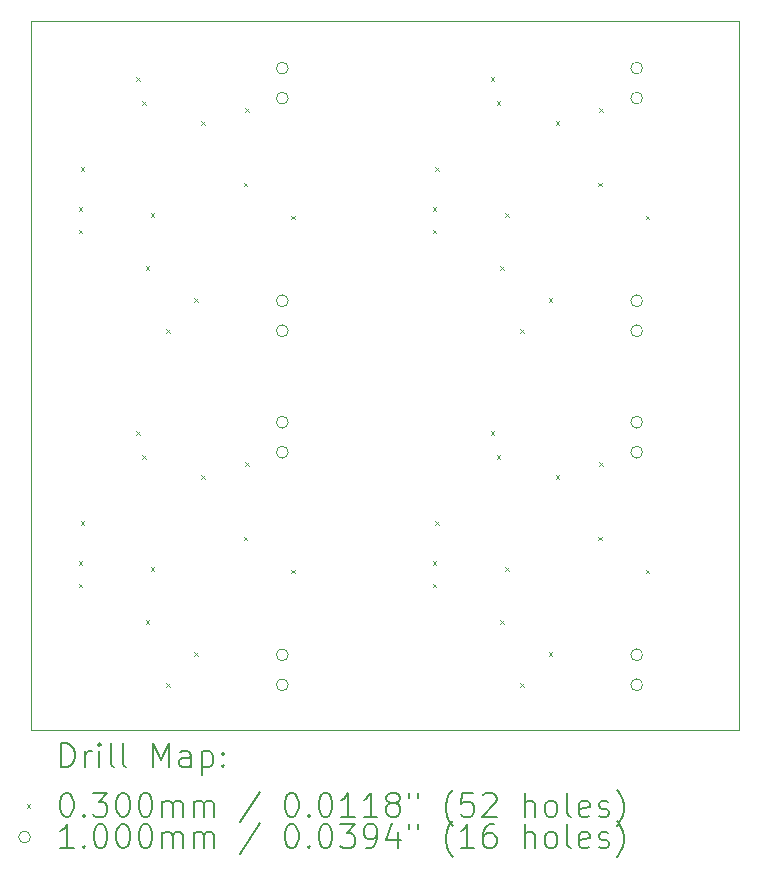
<source format=gbr>
%TF.GenerationSoftware,KiCad,Pcbnew,8.0.1*%
%TF.CreationDate,2024-03-24T21:19:31-05:00*%
%TF.ProjectId,minimidi_v1,6d696e69-6d69-4646-995f-76312e6b6963,rev?*%
%TF.SameCoordinates,Original*%
%TF.FileFunction,Drillmap*%
%TF.FilePolarity,Positive*%
%FSLAX45Y45*%
G04 Gerber Fmt 4.5, Leading zero omitted, Abs format (unit mm)*
G04 Created by KiCad (PCBNEW 8.0.1) date 2024-03-24 21:19:31*
%MOMM*%
%LPD*%
G01*
G04 APERTURE LIST*
%ADD10C,0.050000*%
%ADD11C,0.200000*%
%ADD12C,0.100000*%
G04 APERTURE END LIST*
D10*
X11900000Y-7900000D02*
X17900000Y-7900000D01*
X17900000Y-13900000D01*
X11900000Y-13900000D01*
X11900000Y-7900000D01*
D11*
D12*
X12305000Y-9475000D02*
X12335000Y-9505000D01*
X12335000Y-9475000D02*
X12305000Y-9505000D01*
X12305000Y-9662500D02*
X12335000Y-9692500D01*
X12335000Y-9662500D02*
X12305000Y-9692500D01*
X12305000Y-12472500D02*
X12335000Y-12502500D01*
X12335000Y-12472500D02*
X12305000Y-12502500D01*
X12305000Y-12660000D02*
X12335000Y-12690000D01*
X12335000Y-12660000D02*
X12305000Y-12690000D01*
X12325000Y-9135000D02*
X12355000Y-9165000D01*
X12355000Y-9135000D02*
X12325000Y-9165000D01*
X12325000Y-12132500D02*
X12355000Y-12162500D01*
X12355000Y-12132500D02*
X12325000Y-12162500D01*
X12795000Y-8375000D02*
X12825000Y-8405000D01*
X12825000Y-8375000D02*
X12795000Y-8405000D01*
X12795000Y-11372500D02*
X12825000Y-11402500D01*
X12825000Y-11372500D02*
X12795000Y-11402500D01*
X12845000Y-8575000D02*
X12875000Y-8605000D01*
X12875000Y-8575000D02*
X12845000Y-8605000D01*
X12845000Y-11572500D02*
X12875000Y-11602500D01*
X12875000Y-11572500D02*
X12845000Y-11602500D01*
X12875000Y-9975000D02*
X12905000Y-10005000D01*
X12905000Y-9975000D02*
X12875000Y-10005000D01*
X12875000Y-12972500D02*
X12905000Y-13002500D01*
X12905000Y-12972500D02*
X12875000Y-13002500D01*
X12915000Y-9525000D02*
X12945000Y-9555000D01*
X12945000Y-9525000D02*
X12915000Y-9555000D01*
X12915000Y-12522500D02*
X12945000Y-12552500D01*
X12945000Y-12522500D02*
X12915000Y-12552500D01*
X13045000Y-10505000D02*
X13075000Y-10535000D01*
X13075000Y-10505000D02*
X13045000Y-10535000D01*
X13045000Y-13502500D02*
X13075000Y-13532500D01*
X13075000Y-13502500D02*
X13045000Y-13532500D01*
X13285000Y-10245000D02*
X13315000Y-10275000D01*
X13315000Y-10245000D02*
X13285000Y-10275000D01*
X13285000Y-13242500D02*
X13315000Y-13272500D01*
X13315000Y-13242500D02*
X13285000Y-13272500D01*
X13345000Y-8745000D02*
X13375000Y-8775000D01*
X13375000Y-8745000D02*
X13345000Y-8775000D01*
X13345000Y-11742500D02*
X13375000Y-11772500D01*
X13375000Y-11742500D02*
X13345000Y-11772500D01*
X13705000Y-9265000D02*
X13735000Y-9295000D01*
X13735000Y-9265000D02*
X13705000Y-9295000D01*
X13705000Y-12262500D02*
X13735000Y-12292500D01*
X13735000Y-12262500D02*
X13705000Y-12292500D01*
X13715000Y-8635000D02*
X13745000Y-8665000D01*
X13745000Y-8635000D02*
X13715000Y-8665000D01*
X13715000Y-11632500D02*
X13745000Y-11662500D01*
X13745000Y-11632500D02*
X13715000Y-11662500D01*
X14105000Y-9545000D02*
X14135000Y-9575000D01*
X14135000Y-9545000D02*
X14105000Y-9575000D01*
X14105000Y-12542500D02*
X14135000Y-12572500D01*
X14135000Y-12542500D02*
X14105000Y-12572500D01*
X15305000Y-9475000D02*
X15335000Y-9505000D01*
X15335000Y-9475000D02*
X15305000Y-9505000D01*
X15305000Y-9662500D02*
X15335000Y-9692500D01*
X15335000Y-9662500D02*
X15305000Y-9692500D01*
X15305000Y-12472500D02*
X15335000Y-12502500D01*
X15335000Y-12472500D02*
X15305000Y-12502500D01*
X15305000Y-12660000D02*
X15335000Y-12690000D01*
X15335000Y-12660000D02*
X15305000Y-12690000D01*
X15325000Y-9135000D02*
X15355000Y-9165000D01*
X15355000Y-9135000D02*
X15325000Y-9165000D01*
X15325000Y-12132500D02*
X15355000Y-12162500D01*
X15355000Y-12132500D02*
X15325000Y-12162500D01*
X15795000Y-8375000D02*
X15825000Y-8405000D01*
X15825000Y-8375000D02*
X15795000Y-8405000D01*
X15795000Y-11372500D02*
X15825000Y-11402500D01*
X15825000Y-11372500D02*
X15795000Y-11402500D01*
X15845000Y-8575000D02*
X15875000Y-8605000D01*
X15875000Y-8575000D02*
X15845000Y-8605000D01*
X15845000Y-11572500D02*
X15875000Y-11602500D01*
X15875000Y-11572500D02*
X15845000Y-11602500D01*
X15875000Y-9975000D02*
X15905000Y-10005000D01*
X15905000Y-9975000D02*
X15875000Y-10005000D01*
X15875000Y-12972500D02*
X15905000Y-13002500D01*
X15905000Y-12972500D02*
X15875000Y-13002500D01*
X15915000Y-9525000D02*
X15945000Y-9555000D01*
X15945000Y-9525000D02*
X15915000Y-9555000D01*
X15915000Y-12522500D02*
X15945000Y-12552500D01*
X15945000Y-12522500D02*
X15915000Y-12552500D01*
X16045000Y-10505000D02*
X16075000Y-10535000D01*
X16075000Y-10505000D02*
X16045000Y-10535000D01*
X16045000Y-13502500D02*
X16075000Y-13532500D01*
X16075000Y-13502500D02*
X16045000Y-13532500D01*
X16285000Y-10245000D02*
X16315000Y-10275000D01*
X16315000Y-10245000D02*
X16285000Y-10275000D01*
X16285000Y-13242500D02*
X16315000Y-13272500D01*
X16315000Y-13242500D02*
X16285000Y-13272500D01*
X16345000Y-8745000D02*
X16375000Y-8775000D01*
X16375000Y-8745000D02*
X16345000Y-8775000D01*
X16345000Y-11742500D02*
X16375000Y-11772500D01*
X16375000Y-11742500D02*
X16345000Y-11772500D01*
X16705000Y-9265000D02*
X16735000Y-9295000D01*
X16735000Y-9265000D02*
X16705000Y-9295000D01*
X16705000Y-12262500D02*
X16735000Y-12292500D01*
X16735000Y-12262500D02*
X16705000Y-12292500D01*
X16715000Y-8635000D02*
X16745000Y-8665000D01*
X16745000Y-8635000D02*
X16715000Y-8665000D01*
X16715000Y-11632500D02*
X16745000Y-11662500D01*
X16745000Y-11632500D02*
X16715000Y-11662500D01*
X17105000Y-9545000D02*
X17135000Y-9575000D01*
X17135000Y-9545000D02*
X17105000Y-9575000D01*
X17105000Y-12542500D02*
X17135000Y-12572500D01*
X17135000Y-12542500D02*
X17105000Y-12572500D01*
X14080000Y-8296000D02*
G75*
G02*
X13980000Y-8296000I-50000J0D01*
G01*
X13980000Y-8296000D02*
G75*
G02*
X14080000Y-8296000I50000J0D01*
G01*
X14080000Y-8550000D02*
G75*
G02*
X13980000Y-8550000I-50000J0D01*
G01*
X13980000Y-8550000D02*
G75*
G02*
X14080000Y-8550000I50000J0D01*
G01*
X14080000Y-10266000D02*
G75*
G02*
X13980000Y-10266000I-50000J0D01*
G01*
X13980000Y-10266000D02*
G75*
G02*
X14080000Y-10266000I50000J0D01*
G01*
X14080000Y-10520000D02*
G75*
G02*
X13980000Y-10520000I-50000J0D01*
G01*
X13980000Y-10520000D02*
G75*
G02*
X14080000Y-10520000I50000J0D01*
G01*
X14080000Y-11293500D02*
G75*
G02*
X13980000Y-11293500I-50000J0D01*
G01*
X13980000Y-11293500D02*
G75*
G02*
X14080000Y-11293500I50000J0D01*
G01*
X14080000Y-11547500D02*
G75*
G02*
X13980000Y-11547500I-50000J0D01*
G01*
X13980000Y-11547500D02*
G75*
G02*
X14080000Y-11547500I50000J0D01*
G01*
X14080000Y-13263500D02*
G75*
G02*
X13980000Y-13263500I-50000J0D01*
G01*
X13980000Y-13263500D02*
G75*
G02*
X14080000Y-13263500I50000J0D01*
G01*
X14080000Y-13517500D02*
G75*
G02*
X13980000Y-13517500I-50000J0D01*
G01*
X13980000Y-13517500D02*
G75*
G02*
X14080000Y-13517500I50000J0D01*
G01*
X17080000Y-8296000D02*
G75*
G02*
X16980000Y-8296000I-50000J0D01*
G01*
X16980000Y-8296000D02*
G75*
G02*
X17080000Y-8296000I50000J0D01*
G01*
X17080000Y-8550000D02*
G75*
G02*
X16980000Y-8550000I-50000J0D01*
G01*
X16980000Y-8550000D02*
G75*
G02*
X17080000Y-8550000I50000J0D01*
G01*
X17080000Y-10266000D02*
G75*
G02*
X16980000Y-10266000I-50000J0D01*
G01*
X16980000Y-10266000D02*
G75*
G02*
X17080000Y-10266000I50000J0D01*
G01*
X17080000Y-10520000D02*
G75*
G02*
X16980000Y-10520000I-50000J0D01*
G01*
X16980000Y-10520000D02*
G75*
G02*
X17080000Y-10520000I50000J0D01*
G01*
X17080000Y-11293500D02*
G75*
G02*
X16980000Y-11293500I-50000J0D01*
G01*
X16980000Y-11293500D02*
G75*
G02*
X17080000Y-11293500I50000J0D01*
G01*
X17080000Y-11547500D02*
G75*
G02*
X16980000Y-11547500I-50000J0D01*
G01*
X16980000Y-11547500D02*
G75*
G02*
X17080000Y-11547500I50000J0D01*
G01*
X17080000Y-13263500D02*
G75*
G02*
X16980000Y-13263500I-50000J0D01*
G01*
X16980000Y-13263500D02*
G75*
G02*
X17080000Y-13263500I50000J0D01*
G01*
X17080000Y-13517500D02*
G75*
G02*
X16980000Y-13517500I-50000J0D01*
G01*
X16980000Y-13517500D02*
G75*
G02*
X17080000Y-13517500I50000J0D01*
G01*
D11*
X12158277Y-14213984D02*
X12158277Y-14013984D01*
X12158277Y-14013984D02*
X12205896Y-14013984D01*
X12205896Y-14013984D02*
X12234467Y-14023508D01*
X12234467Y-14023508D02*
X12253515Y-14042555D01*
X12253515Y-14042555D02*
X12263039Y-14061603D01*
X12263039Y-14061603D02*
X12272562Y-14099698D01*
X12272562Y-14099698D02*
X12272562Y-14128269D01*
X12272562Y-14128269D02*
X12263039Y-14166365D01*
X12263039Y-14166365D02*
X12253515Y-14185412D01*
X12253515Y-14185412D02*
X12234467Y-14204460D01*
X12234467Y-14204460D02*
X12205896Y-14213984D01*
X12205896Y-14213984D02*
X12158277Y-14213984D01*
X12358277Y-14213984D02*
X12358277Y-14080650D01*
X12358277Y-14118746D02*
X12367801Y-14099698D01*
X12367801Y-14099698D02*
X12377324Y-14090174D01*
X12377324Y-14090174D02*
X12396372Y-14080650D01*
X12396372Y-14080650D02*
X12415420Y-14080650D01*
X12482086Y-14213984D02*
X12482086Y-14080650D01*
X12482086Y-14013984D02*
X12472562Y-14023508D01*
X12472562Y-14023508D02*
X12482086Y-14033031D01*
X12482086Y-14033031D02*
X12491610Y-14023508D01*
X12491610Y-14023508D02*
X12482086Y-14013984D01*
X12482086Y-14013984D02*
X12482086Y-14033031D01*
X12605896Y-14213984D02*
X12586848Y-14204460D01*
X12586848Y-14204460D02*
X12577324Y-14185412D01*
X12577324Y-14185412D02*
X12577324Y-14013984D01*
X12710658Y-14213984D02*
X12691610Y-14204460D01*
X12691610Y-14204460D02*
X12682086Y-14185412D01*
X12682086Y-14185412D02*
X12682086Y-14013984D01*
X12939229Y-14213984D02*
X12939229Y-14013984D01*
X12939229Y-14013984D02*
X13005896Y-14156841D01*
X13005896Y-14156841D02*
X13072562Y-14013984D01*
X13072562Y-14013984D02*
X13072562Y-14213984D01*
X13253515Y-14213984D02*
X13253515Y-14109222D01*
X13253515Y-14109222D02*
X13243991Y-14090174D01*
X13243991Y-14090174D02*
X13224943Y-14080650D01*
X13224943Y-14080650D02*
X13186848Y-14080650D01*
X13186848Y-14080650D02*
X13167801Y-14090174D01*
X13253515Y-14204460D02*
X13234467Y-14213984D01*
X13234467Y-14213984D02*
X13186848Y-14213984D01*
X13186848Y-14213984D02*
X13167801Y-14204460D01*
X13167801Y-14204460D02*
X13158277Y-14185412D01*
X13158277Y-14185412D02*
X13158277Y-14166365D01*
X13158277Y-14166365D02*
X13167801Y-14147317D01*
X13167801Y-14147317D02*
X13186848Y-14137793D01*
X13186848Y-14137793D02*
X13234467Y-14137793D01*
X13234467Y-14137793D02*
X13253515Y-14128269D01*
X13348753Y-14080650D02*
X13348753Y-14280650D01*
X13348753Y-14090174D02*
X13367801Y-14080650D01*
X13367801Y-14080650D02*
X13405896Y-14080650D01*
X13405896Y-14080650D02*
X13424943Y-14090174D01*
X13424943Y-14090174D02*
X13434467Y-14099698D01*
X13434467Y-14099698D02*
X13443991Y-14118746D01*
X13443991Y-14118746D02*
X13443991Y-14175888D01*
X13443991Y-14175888D02*
X13434467Y-14194936D01*
X13434467Y-14194936D02*
X13424943Y-14204460D01*
X13424943Y-14204460D02*
X13405896Y-14213984D01*
X13405896Y-14213984D02*
X13367801Y-14213984D01*
X13367801Y-14213984D02*
X13348753Y-14204460D01*
X13529705Y-14194936D02*
X13539229Y-14204460D01*
X13539229Y-14204460D02*
X13529705Y-14213984D01*
X13529705Y-14213984D02*
X13520182Y-14204460D01*
X13520182Y-14204460D02*
X13529705Y-14194936D01*
X13529705Y-14194936D02*
X13529705Y-14213984D01*
X13529705Y-14090174D02*
X13539229Y-14099698D01*
X13539229Y-14099698D02*
X13529705Y-14109222D01*
X13529705Y-14109222D02*
X13520182Y-14099698D01*
X13520182Y-14099698D02*
X13529705Y-14090174D01*
X13529705Y-14090174D02*
X13529705Y-14109222D01*
D12*
X11867500Y-14527500D02*
X11897500Y-14557500D01*
X11897500Y-14527500D02*
X11867500Y-14557500D01*
D11*
X12196372Y-14433984D02*
X12215420Y-14433984D01*
X12215420Y-14433984D02*
X12234467Y-14443508D01*
X12234467Y-14443508D02*
X12243991Y-14453031D01*
X12243991Y-14453031D02*
X12253515Y-14472079D01*
X12253515Y-14472079D02*
X12263039Y-14510174D01*
X12263039Y-14510174D02*
X12263039Y-14557793D01*
X12263039Y-14557793D02*
X12253515Y-14595888D01*
X12253515Y-14595888D02*
X12243991Y-14614936D01*
X12243991Y-14614936D02*
X12234467Y-14624460D01*
X12234467Y-14624460D02*
X12215420Y-14633984D01*
X12215420Y-14633984D02*
X12196372Y-14633984D01*
X12196372Y-14633984D02*
X12177324Y-14624460D01*
X12177324Y-14624460D02*
X12167801Y-14614936D01*
X12167801Y-14614936D02*
X12158277Y-14595888D01*
X12158277Y-14595888D02*
X12148753Y-14557793D01*
X12148753Y-14557793D02*
X12148753Y-14510174D01*
X12148753Y-14510174D02*
X12158277Y-14472079D01*
X12158277Y-14472079D02*
X12167801Y-14453031D01*
X12167801Y-14453031D02*
X12177324Y-14443508D01*
X12177324Y-14443508D02*
X12196372Y-14433984D01*
X12348753Y-14614936D02*
X12358277Y-14624460D01*
X12358277Y-14624460D02*
X12348753Y-14633984D01*
X12348753Y-14633984D02*
X12339229Y-14624460D01*
X12339229Y-14624460D02*
X12348753Y-14614936D01*
X12348753Y-14614936D02*
X12348753Y-14633984D01*
X12424943Y-14433984D02*
X12548753Y-14433984D01*
X12548753Y-14433984D02*
X12482086Y-14510174D01*
X12482086Y-14510174D02*
X12510658Y-14510174D01*
X12510658Y-14510174D02*
X12529705Y-14519698D01*
X12529705Y-14519698D02*
X12539229Y-14529222D01*
X12539229Y-14529222D02*
X12548753Y-14548269D01*
X12548753Y-14548269D02*
X12548753Y-14595888D01*
X12548753Y-14595888D02*
X12539229Y-14614936D01*
X12539229Y-14614936D02*
X12529705Y-14624460D01*
X12529705Y-14624460D02*
X12510658Y-14633984D01*
X12510658Y-14633984D02*
X12453515Y-14633984D01*
X12453515Y-14633984D02*
X12434467Y-14624460D01*
X12434467Y-14624460D02*
X12424943Y-14614936D01*
X12672562Y-14433984D02*
X12691610Y-14433984D01*
X12691610Y-14433984D02*
X12710658Y-14443508D01*
X12710658Y-14443508D02*
X12720182Y-14453031D01*
X12720182Y-14453031D02*
X12729705Y-14472079D01*
X12729705Y-14472079D02*
X12739229Y-14510174D01*
X12739229Y-14510174D02*
X12739229Y-14557793D01*
X12739229Y-14557793D02*
X12729705Y-14595888D01*
X12729705Y-14595888D02*
X12720182Y-14614936D01*
X12720182Y-14614936D02*
X12710658Y-14624460D01*
X12710658Y-14624460D02*
X12691610Y-14633984D01*
X12691610Y-14633984D02*
X12672562Y-14633984D01*
X12672562Y-14633984D02*
X12653515Y-14624460D01*
X12653515Y-14624460D02*
X12643991Y-14614936D01*
X12643991Y-14614936D02*
X12634467Y-14595888D01*
X12634467Y-14595888D02*
X12624943Y-14557793D01*
X12624943Y-14557793D02*
X12624943Y-14510174D01*
X12624943Y-14510174D02*
X12634467Y-14472079D01*
X12634467Y-14472079D02*
X12643991Y-14453031D01*
X12643991Y-14453031D02*
X12653515Y-14443508D01*
X12653515Y-14443508D02*
X12672562Y-14433984D01*
X12863039Y-14433984D02*
X12882086Y-14433984D01*
X12882086Y-14433984D02*
X12901134Y-14443508D01*
X12901134Y-14443508D02*
X12910658Y-14453031D01*
X12910658Y-14453031D02*
X12920182Y-14472079D01*
X12920182Y-14472079D02*
X12929705Y-14510174D01*
X12929705Y-14510174D02*
X12929705Y-14557793D01*
X12929705Y-14557793D02*
X12920182Y-14595888D01*
X12920182Y-14595888D02*
X12910658Y-14614936D01*
X12910658Y-14614936D02*
X12901134Y-14624460D01*
X12901134Y-14624460D02*
X12882086Y-14633984D01*
X12882086Y-14633984D02*
X12863039Y-14633984D01*
X12863039Y-14633984D02*
X12843991Y-14624460D01*
X12843991Y-14624460D02*
X12834467Y-14614936D01*
X12834467Y-14614936D02*
X12824943Y-14595888D01*
X12824943Y-14595888D02*
X12815420Y-14557793D01*
X12815420Y-14557793D02*
X12815420Y-14510174D01*
X12815420Y-14510174D02*
X12824943Y-14472079D01*
X12824943Y-14472079D02*
X12834467Y-14453031D01*
X12834467Y-14453031D02*
X12843991Y-14443508D01*
X12843991Y-14443508D02*
X12863039Y-14433984D01*
X13015420Y-14633984D02*
X13015420Y-14500650D01*
X13015420Y-14519698D02*
X13024943Y-14510174D01*
X13024943Y-14510174D02*
X13043991Y-14500650D01*
X13043991Y-14500650D02*
X13072563Y-14500650D01*
X13072563Y-14500650D02*
X13091610Y-14510174D01*
X13091610Y-14510174D02*
X13101134Y-14529222D01*
X13101134Y-14529222D02*
X13101134Y-14633984D01*
X13101134Y-14529222D02*
X13110658Y-14510174D01*
X13110658Y-14510174D02*
X13129705Y-14500650D01*
X13129705Y-14500650D02*
X13158277Y-14500650D01*
X13158277Y-14500650D02*
X13177324Y-14510174D01*
X13177324Y-14510174D02*
X13186848Y-14529222D01*
X13186848Y-14529222D02*
X13186848Y-14633984D01*
X13282086Y-14633984D02*
X13282086Y-14500650D01*
X13282086Y-14519698D02*
X13291610Y-14510174D01*
X13291610Y-14510174D02*
X13310658Y-14500650D01*
X13310658Y-14500650D02*
X13339229Y-14500650D01*
X13339229Y-14500650D02*
X13358277Y-14510174D01*
X13358277Y-14510174D02*
X13367801Y-14529222D01*
X13367801Y-14529222D02*
X13367801Y-14633984D01*
X13367801Y-14529222D02*
X13377324Y-14510174D01*
X13377324Y-14510174D02*
X13396372Y-14500650D01*
X13396372Y-14500650D02*
X13424943Y-14500650D01*
X13424943Y-14500650D02*
X13443991Y-14510174D01*
X13443991Y-14510174D02*
X13453515Y-14529222D01*
X13453515Y-14529222D02*
X13453515Y-14633984D01*
X13843991Y-14424460D02*
X13672563Y-14681603D01*
X14101134Y-14433984D02*
X14120182Y-14433984D01*
X14120182Y-14433984D02*
X14139229Y-14443508D01*
X14139229Y-14443508D02*
X14148753Y-14453031D01*
X14148753Y-14453031D02*
X14158277Y-14472079D01*
X14158277Y-14472079D02*
X14167801Y-14510174D01*
X14167801Y-14510174D02*
X14167801Y-14557793D01*
X14167801Y-14557793D02*
X14158277Y-14595888D01*
X14158277Y-14595888D02*
X14148753Y-14614936D01*
X14148753Y-14614936D02*
X14139229Y-14624460D01*
X14139229Y-14624460D02*
X14120182Y-14633984D01*
X14120182Y-14633984D02*
X14101134Y-14633984D01*
X14101134Y-14633984D02*
X14082086Y-14624460D01*
X14082086Y-14624460D02*
X14072563Y-14614936D01*
X14072563Y-14614936D02*
X14063039Y-14595888D01*
X14063039Y-14595888D02*
X14053515Y-14557793D01*
X14053515Y-14557793D02*
X14053515Y-14510174D01*
X14053515Y-14510174D02*
X14063039Y-14472079D01*
X14063039Y-14472079D02*
X14072563Y-14453031D01*
X14072563Y-14453031D02*
X14082086Y-14443508D01*
X14082086Y-14443508D02*
X14101134Y-14433984D01*
X14253515Y-14614936D02*
X14263039Y-14624460D01*
X14263039Y-14624460D02*
X14253515Y-14633984D01*
X14253515Y-14633984D02*
X14243991Y-14624460D01*
X14243991Y-14624460D02*
X14253515Y-14614936D01*
X14253515Y-14614936D02*
X14253515Y-14633984D01*
X14386848Y-14433984D02*
X14405896Y-14433984D01*
X14405896Y-14433984D02*
X14424944Y-14443508D01*
X14424944Y-14443508D02*
X14434467Y-14453031D01*
X14434467Y-14453031D02*
X14443991Y-14472079D01*
X14443991Y-14472079D02*
X14453515Y-14510174D01*
X14453515Y-14510174D02*
X14453515Y-14557793D01*
X14453515Y-14557793D02*
X14443991Y-14595888D01*
X14443991Y-14595888D02*
X14434467Y-14614936D01*
X14434467Y-14614936D02*
X14424944Y-14624460D01*
X14424944Y-14624460D02*
X14405896Y-14633984D01*
X14405896Y-14633984D02*
X14386848Y-14633984D01*
X14386848Y-14633984D02*
X14367801Y-14624460D01*
X14367801Y-14624460D02*
X14358277Y-14614936D01*
X14358277Y-14614936D02*
X14348753Y-14595888D01*
X14348753Y-14595888D02*
X14339229Y-14557793D01*
X14339229Y-14557793D02*
X14339229Y-14510174D01*
X14339229Y-14510174D02*
X14348753Y-14472079D01*
X14348753Y-14472079D02*
X14358277Y-14453031D01*
X14358277Y-14453031D02*
X14367801Y-14443508D01*
X14367801Y-14443508D02*
X14386848Y-14433984D01*
X14643991Y-14633984D02*
X14529706Y-14633984D01*
X14586848Y-14633984D02*
X14586848Y-14433984D01*
X14586848Y-14433984D02*
X14567801Y-14462555D01*
X14567801Y-14462555D02*
X14548753Y-14481603D01*
X14548753Y-14481603D02*
X14529706Y-14491127D01*
X14834467Y-14633984D02*
X14720182Y-14633984D01*
X14777325Y-14633984D02*
X14777325Y-14433984D01*
X14777325Y-14433984D02*
X14758277Y-14462555D01*
X14758277Y-14462555D02*
X14739229Y-14481603D01*
X14739229Y-14481603D02*
X14720182Y-14491127D01*
X14948753Y-14519698D02*
X14929706Y-14510174D01*
X14929706Y-14510174D02*
X14920182Y-14500650D01*
X14920182Y-14500650D02*
X14910658Y-14481603D01*
X14910658Y-14481603D02*
X14910658Y-14472079D01*
X14910658Y-14472079D02*
X14920182Y-14453031D01*
X14920182Y-14453031D02*
X14929706Y-14443508D01*
X14929706Y-14443508D02*
X14948753Y-14433984D01*
X14948753Y-14433984D02*
X14986848Y-14433984D01*
X14986848Y-14433984D02*
X15005896Y-14443508D01*
X15005896Y-14443508D02*
X15015420Y-14453031D01*
X15015420Y-14453031D02*
X15024944Y-14472079D01*
X15024944Y-14472079D02*
X15024944Y-14481603D01*
X15024944Y-14481603D02*
X15015420Y-14500650D01*
X15015420Y-14500650D02*
X15005896Y-14510174D01*
X15005896Y-14510174D02*
X14986848Y-14519698D01*
X14986848Y-14519698D02*
X14948753Y-14519698D01*
X14948753Y-14519698D02*
X14929706Y-14529222D01*
X14929706Y-14529222D02*
X14920182Y-14538746D01*
X14920182Y-14538746D02*
X14910658Y-14557793D01*
X14910658Y-14557793D02*
X14910658Y-14595888D01*
X14910658Y-14595888D02*
X14920182Y-14614936D01*
X14920182Y-14614936D02*
X14929706Y-14624460D01*
X14929706Y-14624460D02*
X14948753Y-14633984D01*
X14948753Y-14633984D02*
X14986848Y-14633984D01*
X14986848Y-14633984D02*
X15005896Y-14624460D01*
X15005896Y-14624460D02*
X15015420Y-14614936D01*
X15015420Y-14614936D02*
X15024944Y-14595888D01*
X15024944Y-14595888D02*
X15024944Y-14557793D01*
X15024944Y-14557793D02*
X15015420Y-14538746D01*
X15015420Y-14538746D02*
X15005896Y-14529222D01*
X15005896Y-14529222D02*
X14986848Y-14519698D01*
X15101134Y-14433984D02*
X15101134Y-14472079D01*
X15177325Y-14433984D02*
X15177325Y-14472079D01*
X15472563Y-14710174D02*
X15463039Y-14700650D01*
X15463039Y-14700650D02*
X15443991Y-14672079D01*
X15443991Y-14672079D02*
X15434468Y-14653031D01*
X15434468Y-14653031D02*
X15424944Y-14624460D01*
X15424944Y-14624460D02*
X15415420Y-14576841D01*
X15415420Y-14576841D02*
X15415420Y-14538746D01*
X15415420Y-14538746D02*
X15424944Y-14491127D01*
X15424944Y-14491127D02*
X15434468Y-14462555D01*
X15434468Y-14462555D02*
X15443991Y-14443508D01*
X15443991Y-14443508D02*
X15463039Y-14414936D01*
X15463039Y-14414936D02*
X15472563Y-14405412D01*
X15643991Y-14433984D02*
X15548753Y-14433984D01*
X15548753Y-14433984D02*
X15539229Y-14529222D01*
X15539229Y-14529222D02*
X15548753Y-14519698D01*
X15548753Y-14519698D02*
X15567801Y-14510174D01*
X15567801Y-14510174D02*
X15615420Y-14510174D01*
X15615420Y-14510174D02*
X15634468Y-14519698D01*
X15634468Y-14519698D02*
X15643991Y-14529222D01*
X15643991Y-14529222D02*
X15653515Y-14548269D01*
X15653515Y-14548269D02*
X15653515Y-14595888D01*
X15653515Y-14595888D02*
X15643991Y-14614936D01*
X15643991Y-14614936D02*
X15634468Y-14624460D01*
X15634468Y-14624460D02*
X15615420Y-14633984D01*
X15615420Y-14633984D02*
X15567801Y-14633984D01*
X15567801Y-14633984D02*
X15548753Y-14624460D01*
X15548753Y-14624460D02*
X15539229Y-14614936D01*
X15729706Y-14453031D02*
X15739229Y-14443508D01*
X15739229Y-14443508D02*
X15758277Y-14433984D01*
X15758277Y-14433984D02*
X15805896Y-14433984D01*
X15805896Y-14433984D02*
X15824944Y-14443508D01*
X15824944Y-14443508D02*
X15834468Y-14453031D01*
X15834468Y-14453031D02*
X15843991Y-14472079D01*
X15843991Y-14472079D02*
X15843991Y-14491127D01*
X15843991Y-14491127D02*
X15834468Y-14519698D01*
X15834468Y-14519698D02*
X15720182Y-14633984D01*
X15720182Y-14633984D02*
X15843991Y-14633984D01*
X16082087Y-14633984D02*
X16082087Y-14433984D01*
X16167801Y-14633984D02*
X16167801Y-14529222D01*
X16167801Y-14529222D02*
X16158277Y-14510174D01*
X16158277Y-14510174D02*
X16139230Y-14500650D01*
X16139230Y-14500650D02*
X16110658Y-14500650D01*
X16110658Y-14500650D02*
X16091610Y-14510174D01*
X16091610Y-14510174D02*
X16082087Y-14519698D01*
X16291610Y-14633984D02*
X16272563Y-14624460D01*
X16272563Y-14624460D02*
X16263039Y-14614936D01*
X16263039Y-14614936D02*
X16253515Y-14595888D01*
X16253515Y-14595888D02*
X16253515Y-14538746D01*
X16253515Y-14538746D02*
X16263039Y-14519698D01*
X16263039Y-14519698D02*
X16272563Y-14510174D01*
X16272563Y-14510174D02*
X16291610Y-14500650D01*
X16291610Y-14500650D02*
X16320182Y-14500650D01*
X16320182Y-14500650D02*
X16339230Y-14510174D01*
X16339230Y-14510174D02*
X16348753Y-14519698D01*
X16348753Y-14519698D02*
X16358277Y-14538746D01*
X16358277Y-14538746D02*
X16358277Y-14595888D01*
X16358277Y-14595888D02*
X16348753Y-14614936D01*
X16348753Y-14614936D02*
X16339230Y-14624460D01*
X16339230Y-14624460D02*
X16320182Y-14633984D01*
X16320182Y-14633984D02*
X16291610Y-14633984D01*
X16472563Y-14633984D02*
X16453515Y-14624460D01*
X16453515Y-14624460D02*
X16443991Y-14605412D01*
X16443991Y-14605412D02*
X16443991Y-14433984D01*
X16624944Y-14624460D02*
X16605896Y-14633984D01*
X16605896Y-14633984D02*
X16567801Y-14633984D01*
X16567801Y-14633984D02*
X16548753Y-14624460D01*
X16548753Y-14624460D02*
X16539230Y-14605412D01*
X16539230Y-14605412D02*
X16539230Y-14529222D01*
X16539230Y-14529222D02*
X16548753Y-14510174D01*
X16548753Y-14510174D02*
X16567801Y-14500650D01*
X16567801Y-14500650D02*
X16605896Y-14500650D01*
X16605896Y-14500650D02*
X16624944Y-14510174D01*
X16624944Y-14510174D02*
X16634468Y-14529222D01*
X16634468Y-14529222D02*
X16634468Y-14548269D01*
X16634468Y-14548269D02*
X16539230Y-14567317D01*
X16710658Y-14624460D02*
X16729706Y-14633984D01*
X16729706Y-14633984D02*
X16767801Y-14633984D01*
X16767801Y-14633984D02*
X16786849Y-14624460D01*
X16786849Y-14624460D02*
X16796373Y-14605412D01*
X16796373Y-14605412D02*
X16796373Y-14595888D01*
X16796373Y-14595888D02*
X16786849Y-14576841D01*
X16786849Y-14576841D02*
X16767801Y-14567317D01*
X16767801Y-14567317D02*
X16739230Y-14567317D01*
X16739230Y-14567317D02*
X16720182Y-14557793D01*
X16720182Y-14557793D02*
X16710658Y-14538746D01*
X16710658Y-14538746D02*
X16710658Y-14529222D01*
X16710658Y-14529222D02*
X16720182Y-14510174D01*
X16720182Y-14510174D02*
X16739230Y-14500650D01*
X16739230Y-14500650D02*
X16767801Y-14500650D01*
X16767801Y-14500650D02*
X16786849Y-14510174D01*
X16863039Y-14710174D02*
X16872563Y-14700650D01*
X16872563Y-14700650D02*
X16891611Y-14672079D01*
X16891611Y-14672079D02*
X16901134Y-14653031D01*
X16901134Y-14653031D02*
X16910658Y-14624460D01*
X16910658Y-14624460D02*
X16920182Y-14576841D01*
X16920182Y-14576841D02*
X16920182Y-14538746D01*
X16920182Y-14538746D02*
X16910658Y-14491127D01*
X16910658Y-14491127D02*
X16901134Y-14462555D01*
X16901134Y-14462555D02*
X16891611Y-14443508D01*
X16891611Y-14443508D02*
X16872563Y-14414936D01*
X16872563Y-14414936D02*
X16863039Y-14405412D01*
D12*
X11897500Y-14806500D02*
G75*
G02*
X11797500Y-14806500I-50000J0D01*
G01*
X11797500Y-14806500D02*
G75*
G02*
X11897500Y-14806500I50000J0D01*
G01*
D11*
X12263039Y-14897984D02*
X12148753Y-14897984D01*
X12205896Y-14897984D02*
X12205896Y-14697984D01*
X12205896Y-14697984D02*
X12186848Y-14726555D01*
X12186848Y-14726555D02*
X12167801Y-14745603D01*
X12167801Y-14745603D02*
X12148753Y-14755127D01*
X12348753Y-14878936D02*
X12358277Y-14888460D01*
X12358277Y-14888460D02*
X12348753Y-14897984D01*
X12348753Y-14897984D02*
X12339229Y-14888460D01*
X12339229Y-14888460D02*
X12348753Y-14878936D01*
X12348753Y-14878936D02*
X12348753Y-14897984D01*
X12482086Y-14697984D02*
X12501134Y-14697984D01*
X12501134Y-14697984D02*
X12520182Y-14707508D01*
X12520182Y-14707508D02*
X12529705Y-14717031D01*
X12529705Y-14717031D02*
X12539229Y-14736079D01*
X12539229Y-14736079D02*
X12548753Y-14774174D01*
X12548753Y-14774174D02*
X12548753Y-14821793D01*
X12548753Y-14821793D02*
X12539229Y-14859888D01*
X12539229Y-14859888D02*
X12529705Y-14878936D01*
X12529705Y-14878936D02*
X12520182Y-14888460D01*
X12520182Y-14888460D02*
X12501134Y-14897984D01*
X12501134Y-14897984D02*
X12482086Y-14897984D01*
X12482086Y-14897984D02*
X12463039Y-14888460D01*
X12463039Y-14888460D02*
X12453515Y-14878936D01*
X12453515Y-14878936D02*
X12443991Y-14859888D01*
X12443991Y-14859888D02*
X12434467Y-14821793D01*
X12434467Y-14821793D02*
X12434467Y-14774174D01*
X12434467Y-14774174D02*
X12443991Y-14736079D01*
X12443991Y-14736079D02*
X12453515Y-14717031D01*
X12453515Y-14717031D02*
X12463039Y-14707508D01*
X12463039Y-14707508D02*
X12482086Y-14697984D01*
X12672562Y-14697984D02*
X12691610Y-14697984D01*
X12691610Y-14697984D02*
X12710658Y-14707508D01*
X12710658Y-14707508D02*
X12720182Y-14717031D01*
X12720182Y-14717031D02*
X12729705Y-14736079D01*
X12729705Y-14736079D02*
X12739229Y-14774174D01*
X12739229Y-14774174D02*
X12739229Y-14821793D01*
X12739229Y-14821793D02*
X12729705Y-14859888D01*
X12729705Y-14859888D02*
X12720182Y-14878936D01*
X12720182Y-14878936D02*
X12710658Y-14888460D01*
X12710658Y-14888460D02*
X12691610Y-14897984D01*
X12691610Y-14897984D02*
X12672562Y-14897984D01*
X12672562Y-14897984D02*
X12653515Y-14888460D01*
X12653515Y-14888460D02*
X12643991Y-14878936D01*
X12643991Y-14878936D02*
X12634467Y-14859888D01*
X12634467Y-14859888D02*
X12624943Y-14821793D01*
X12624943Y-14821793D02*
X12624943Y-14774174D01*
X12624943Y-14774174D02*
X12634467Y-14736079D01*
X12634467Y-14736079D02*
X12643991Y-14717031D01*
X12643991Y-14717031D02*
X12653515Y-14707508D01*
X12653515Y-14707508D02*
X12672562Y-14697984D01*
X12863039Y-14697984D02*
X12882086Y-14697984D01*
X12882086Y-14697984D02*
X12901134Y-14707508D01*
X12901134Y-14707508D02*
X12910658Y-14717031D01*
X12910658Y-14717031D02*
X12920182Y-14736079D01*
X12920182Y-14736079D02*
X12929705Y-14774174D01*
X12929705Y-14774174D02*
X12929705Y-14821793D01*
X12929705Y-14821793D02*
X12920182Y-14859888D01*
X12920182Y-14859888D02*
X12910658Y-14878936D01*
X12910658Y-14878936D02*
X12901134Y-14888460D01*
X12901134Y-14888460D02*
X12882086Y-14897984D01*
X12882086Y-14897984D02*
X12863039Y-14897984D01*
X12863039Y-14897984D02*
X12843991Y-14888460D01*
X12843991Y-14888460D02*
X12834467Y-14878936D01*
X12834467Y-14878936D02*
X12824943Y-14859888D01*
X12824943Y-14859888D02*
X12815420Y-14821793D01*
X12815420Y-14821793D02*
X12815420Y-14774174D01*
X12815420Y-14774174D02*
X12824943Y-14736079D01*
X12824943Y-14736079D02*
X12834467Y-14717031D01*
X12834467Y-14717031D02*
X12843991Y-14707508D01*
X12843991Y-14707508D02*
X12863039Y-14697984D01*
X13015420Y-14897984D02*
X13015420Y-14764650D01*
X13015420Y-14783698D02*
X13024943Y-14774174D01*
X13024943Y-14774174D02*
X13043991Y-14764650D01*
X13043991Y-14764650D02*
X13072563Y-14764650D01*
X13072563Y-14764650D02*
X13091610Y-14774174D01*
X13091610Y-14774174D02*
X13101134Y-14793222D01*
X13101134Y-14793222D02*
X13101134Y-14897984D01*
X13101134Y-14793222D02*
X13110658Y-14774174D01*
X13110658Y-14774174D02*
X13129705Y-14764650D01*
X13129705Y-14764650D02*
X13158277Y-14764650D01*
X13158277Y-14764650D02*
X13177324Y-14774174D01*
X13177324Y-14774174D02*
X13186848Y-14793222D01*
X13186848Y-14793222D02*
X13186848Y-14897984D01*
X13282086Y-14897984D02*
X13282086Y-14764650D01*
X13282086Y-14783698D02*
X13291610Y-14774174D01*
X13291610Y-14774174D02*
X13310658Y-14764650D01*
X13310658Y-14764650D02*
X13339229Y-14764650D01*
X13339229Y-14764650D02*
X13358277Y-14774174D01*
X13358277Y-14774174D02*
X13367801Y-14793222D01*
X13367801Y-14793222D02*
X13367801Y-14897984D01*
X13367801Y-14793222D02*
X13377324Y-14774174D01*
X13377324Y-14774174D02*
X13396372Y-14764650D01*
X13396372Y-14764650D02*
X13424943Y-14764650D01*
X13424943Y-14764650D02*
X13443991Y-14774174D01*
X13443991Y-14774174D02*
X13453515Y-14793222D01*
X13453515Y-14793222D02*
X13453515Y-14897984D01*
X13843991Y-14688460D02*
X13672563Y-14945603D01*
X14101134Y-14697984D02*
X14120182Y-14697984D01*
X14120182Y-14697984D02*
X14139229Y-14707508D01*
X14139229Y-14707508D02*
X14148753Y-14717031D01*
X14148753Y-14717031D02*
X14158277Y-14736079D01*
X14158277Y-14736079D02*
X14167801Y-14774174D01*
X14167801Y-14774174D02*
X14167801Y-14821793D01*
X14167801Y-14821793D02*
X14158277Y-14859888D01*
X14158277Y-14859888D02*
X14148753Y-14878936D01*
X14148753Y-14878936D02*
X14139229Y-14888460D01*
X14139229Y-14888460D02*
X14120182Y-14897984D01*
X14120182Y-14897984D02*
X14101134Y-14897984D01*
X14101134Y-14897984D02*
X14082086Y-14888460D01*
X14082086Y-14888460D02*
X14072563Y-14878936D01*
X14072563Y-14878936D02*
X14063039Y-14859888D01*
X14063039Y-14859888D02*
X14053515Y-14821793D01*
X14053515Y-14821793D02*
X14053515Y-14774174D01*
X14053515Y-14774174D02*
X14063039Y-14736079D01*
X14063039Y-14736079D02*
X14072563Y-14717031D01*
X14072563Y-14717031D02*
X14082086Y-14707508D01*
X14082086Y-14707508D02*
X14101134Y-14697984D01*
X14253515Y-14878936D02*
X14263039Y-14888460D01*
X14263039Y-14888460D02*
X14253515Y-14897984D01*
X14253515Y-14897984D02*
X14243991Y-14888460D01*
X14243991Y-14888460D02*
X14253515Y-14878936D01*
X14253515Y-14878936D02*
X14253515Y-14897984D01*
X14386848Y-14697984D02*
X14405896Y-14697984D01*
X14405896Y-14697984D02*
X14424944Y-14707508D01*
X14424944Y-14707508D02*
X14434467Y-14717031D01*
X14434467Y-14717031D02*
X14443991Y-14736079D01*
X14443991Y-14736079D02*
X14453515Y-14774174D01*
X14453515Y-14774174D02*
X14453515Y-14821793D01*
X14453515Y-14821793D02*
X14443991Y-14859888D01*
X14443991Y-14859888D02*
X14434467Y-14878936D01*
X14434467Y-14878936D02*
X14424944Y-14888460D01*
X14424944Y-14888460D02*
X14405896Y-14897984D01*
X14405896Y-14897984D02*
X14386848Y-14897984D01*
X14386848Y-14897984D02*
X14367801Y-14888460D01*
X14367801Y-14888460D02*
X14358277Y-14878936D01*
X14358277Y-14878936D02*
X14348753Y-14859888D01*
X14348753Y-14859888D02*
X14339229Y-14821793D01*
X14339229Y-14821793D02*
X14339229Y-14774174D01*
X14339229Y-14774174D02*
X14348753Y-14736079D01*
X14348753Y-14736079D02*
X14358277Y-14717031D01*
X14358277Y-14717031D02*
X14367801Y-14707508D01*
X14367801Y-14707508D02*
X14386848Y-14697984D01*
X14520182Y-14697984D02*
X14643991Y-14697984D01*
X14643991Y-14697984D02*
X14577325Y-14774174D01*
X14577325Y-14774174D02*
X14605896Y-14774174D01*
X14605896Y-14774174D02*
X14624944Y-14783698D01*
X14624944Y-14783698D02*
X14634467Y-14793222D01*
X14634467Y-14793222D02*
X14643991Y-14812269D01*
X14643991Y-14812269D02*
X14643991Y-14859888D01*
X14643991Y-14859888D02*
X14634467Y-14878936D01*
X14634467Y-14878936D02*
X14624944Y-14888460D01*
X14624944Y-14888460D02*
X14605896Y-14897984D01*
X14605896Y-14897984D02*
X14548753Y-14897984D01*
X14548753Y-14897984D02*
X14529706Y-14888460D01*
X14529706Y-14888460D02*
X14520182Y-14878936D01*
X14739229Y-14897984D02*
X14777325Y-14897984D01*
X14777325Y-14897984D02*
X14796372Y-14888460D01*
X14796372Y-14888460D02*
X14805896Y-14878936D01*
X14805896Y-14878936D02*
X14824944Y-14850365D01*
X14824944Y-14850365D02*
X14834467Y-14812269D01*
X14834467Y-14812269D02*
X14834467Y-14736079D01*
X14834467Y-14736079D02*
X14824944Y-14717031D01*
X14824944Y-14717031D02*
X14815420Y-14707508D01*
X14815420Y-14707508D02*
X14796372Y-14697984D01*
X14796372Y-14697984D02*
X14758277Y-14697984D01*
X14758277Y-14697984D02*
X14739229Y-14707508D01*
X14739229Y-14707508D02*
X14729706Y-14717031D01*
X14729706Y-14717031D02*
X14720182Y-14736079D01*
X14720182Y-14736079D02*
X14720182Y-14783698D01*
X14720182Y-14783698D02*
X14729706Y-14802746D01*
X14729706Y-14802746D02*
X14739229Y-14812269D01*
X14739229Y-14812269D02*
X14758277Y-14821793D01*
X14758277Y-14821793D02*
X14796372Y-14821793D01*
X14796372Y-14821793D02*
X14815420Y-14812269D01*
X14815420Y-14812269D02*
X14824944Y-14802746D01*
X14824944Y-14802746D02*
X14834467Y-14783698D01*
X15005896Y-14764650D02*
X15005896Y-14897984D01*
X14958277Y-14688460D02*
X14910658Y-14831317D01*
X14910658Y-14831317D02*
X15034467Y-14831317D01*
X15101134Y-14697984D02*
X15101134Y-14736079D01*
X15177325Y-14697984D02*
X15177325Y-14736079D01*
X15472563Y-14974174D02*
X15463039Y-14964650D01*
X15463039Y-14964650D02*
X15443991Y-14936079D01*
X15443991Y-14936079D02*
X15434468Y-14917031D01*
X15434468Y-14917031D02*
X15424944Y-14888460D01*
X15424944Y-14888460D02*
X15415420Y-14840841D01*
X15415420Y-14840841D02*
X15415420Y-14802746D01*
X15415420Y-14802746D02*
X15424944Y-14755127D01*
X15424944Y-14755127D02*
X15434468Y-14726555D01*
X15434468Y-14726555D02*
X15443991Y-14707508D01*
X15443991Y-14707508D02*
X15463039Y-14678936D01*
X15463039Y-14678936D02*
X15472563Y-14669412D01*
X15653515Y-14897984D02*
X15539229Y-14897984D01*
X15596372Y-14897984D02*
X15596372Y-14697984D01*
X15596372Y-14697984D02*
X15577325Y-14726555D01*
X15577325Y-14726555D02*
X15558277Y-14745603D01*
X15558277Y-14745603D02*
X15539229Y-14755127D01*
X15824944Y-14697984D02*
X15786848Y-14697984D01*
X15786848Y-14697984D02*
X15767801Y-14707508D01*
X15767801Y-14707508D02*
X15758277Y-14717031D01*
X15758277Y-14717031D02*
X15739229Y-14745603D01*
X15739229Y-14745603D02*
X15729706Y-14783698D01*
X15729706Y-14783698D02*
X15729706Y-14859888D01*
X15729706Y-14859888D02*
X15739229Y-14878936D01*
X15739229Y-14878936D02*
X15748753Y-14888460D01*
X15748753Y-14888460D02*
X15767801Y-14897984D01*
X15767801Y-14897984D02*
X15805896Y-14897984D01*
X15805896Y-14897984D02*
X15824944Y-14888460D01*
X15824944Y-14888460D02*
X15834468Y-14878936D01*
X15834468Y-14878936D02*
X15843991Y-14859888D01*
X15843991Y-14859888D02*
X15843991Y-14812269D01*
X15843991Y-14812269D02*
X15834468Y-14793222D01*
X15834468Y-14793222D02*
X15824944Y-14783698D01*
X15824944Y-14783698D02*
X15805896Y-14774174D01*
X15805896Y-14774174D02*
X15767801Y-14774174D01*
X15767801Y-14774174D02*
X15748753Y-14783698D01*
X15748753Y-14783698D02*
X15739229Y-14793222D01*
X15739229Y-14793222D02*
X15729706Y-14812269D01*
X16082087Y-14897984D02*
X16082087Y-14697984D01*
X16167801Y-14897984D02*
X16167801Y-14793222D01*
X16167801Y-14793222D02*
X16158277Y-14774174D01*
X16158277Y-14774174D02*
X16139230Y-14764650D01*
X16139230Y-14764650D02*
X16110658Y-14764650D01*
X16110658Y-14764650D02*
X16091610Y-14774174D01*
X16091610Y-14774174D02*
X16082087Y-14783698D01*
X16291610Y-14897984D02*
X16272563Y-14888460D01*
X16272563Y-14888460D02*
X16263039Y-14878936D01*
X16263039Y-14878936D02*
X16253515Y-14859888D01*
X16253515Y-14859888D02*
X16253515Y-14802746D01*
X16253515Y-14802746D02*
X16263039Y-14783698D01*
X16263039Y-14783698D02*
X16272563Y-14774174D01*
X16272563Y-14774174D02*
X16291610Y-14764650D01*
X16291610Y-14764650D02*
X16320182Y-14764650D01*
X16320182Y-14764650D02*
X16339230Y-14774174D01*
X16339230Y-14774174D02*
X16348753Y-14783698D01*
X16348753Y-14783698D02*
X16358277Y-14802746D01*
X16358277Y-14802746D02*
X16358277Y-14859888D01*
X16358277Y-14859888D02*
X16348753Y-14878936D01*
X16348753Y-14878936D02*
X16339230Y-14888460D01*
X16339230Y-14888460D02*
X16320182Y-14897984D01*
X16320182Y-14897984D02*
X16291610Y-14897984D01*
X16472563Y-14897984D02*
X16453515Y-14888460D01*
X16453515Y-14888460D02*
X16443991Y-14869412D01*
X16443991Y-14869412D02*
X16443991Y-14697984D01*
X16624944Y-14888460D02*
X16605896Y-14897984D01*
X16605896Y-14897984D02*
X16567801Y-14897984D01*
X16567801Y-14897984D02*
X16548753Y-14888460D01*
X16548753Y-14888460D02*
X16539230Y-14869412D01*
X16539230Y-14869412D02*
X16539230Y-14793222D01*
X16539230Y-14793222D02*
X16548753Y-14774174D01*
X16548753Y-14774174D02*
X16567801Y-14764650D01*
X16567801Y-14764650D02*
X16605896Y-14764650D01*
X16605896Y-14764650D02*
X16624944Y-14774174D01*
X16624944Y-14774174D02*
X16634468Y-14793222D01*
X16634468Y-14793222D02*
X16634468Y-14812269D01*
X16634468Y-14812269D02*
X16539230Y-14831317D01*
X16710658Y-14888460D02*
X16729706Y-14897984D01*
X16729706Y-14897984D02*
X16767801Y-14897984D01*
X16767801Y-14897984D02*
X16786849Y-14888460D01*
X16786849Y-14888460D02*
X16796373Y-14869412D01*
X16796373Y-14869412D02*
X16796373Y-14859888D01*
X16796373Y-14859888D02*
X16786849Y-14840841D01*
X16786849Y-14840841D02*
X16767801Y-14831317D01*
X16767801Y-14831317D02*
X16739230Y-14831317D01*
X16739230Y-14831317D02*
X16720182Y-14821793D01*
X16720182Y-14821793D02*
X16710658Y-14802746D01*
X16710658Y-14802746D02*
X16710658Y-14793222D01*
X16710658Y-14793222D02*
X16720182Y-14774174D01*
X16720182Y-14774174D02*
X16739230Y-14764650D01*
X16739230Y-14764650D02*
X16767801Y-14764650D01*
X16767801Y-14764650D02*
X16786849Y-14774174D01*
X16863039Y-14974174D02*
X16872563Y-14964650D01*
X16872563Y-14964650D02*
X16891611Y-14936079D01*
X16891611Y-14936079D02*
X16901134Y-14917031D01*
X16901134Y-14917031D02*
X16910658Y-14888460D01*
X16910658Y-14888460D02*
X16920182Y-14840841D01*
X16920182Y-14840841D02*
X16920182Y-14802746D01*
X16920182Y-14802746D02*
X16910658Y-14755127D01*
X16910658Y-14755127D02*
X16901134Y-14726555D01*
X16901134Y-14726555D02*
X16891611Y-14707508D01*
X16891611Y-14707508D02*
X16872563Y-14678936D01*
X16872563Y-14678936D02*
X16863039Y-14669412D01*
M02*

</source>
